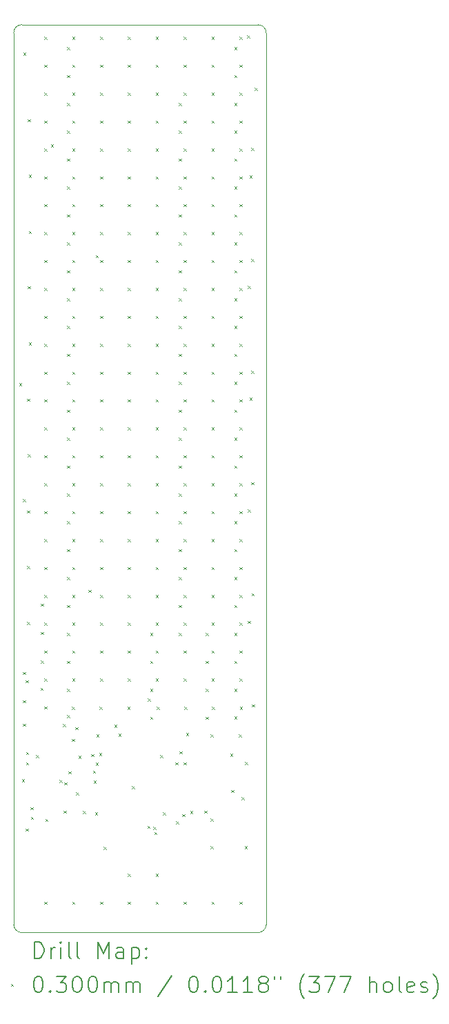
<source format=gbr>
%TF.GenerationSoftware,KiCad,Pcbnew,7.0.8*%
%TF.CreationDate,2023-10-22T01:26:40-04:00*%
%TF.ProjectId,MicrocontrollerInputModule,4d696372-6f63-46f6-9e74-726f6c6c6572,V2.6*%
%TF.SameCoordinates,Original*%
%TF.FileFunction,Drillmap*%
%TF.FilePolarity,Positive*%
%FSLAX45Y45*%
G04 Gerber Fmt 4.5, Leading zero omitted, Abs format (unit mm)*
G04 Created by KiCad (PCBNEW 7.0.8) date 2023-10-22 01:26:40*
%MOMM*%
%LPD*%
G01*
G04 APERTURE LIST*
%ADD10C,0.100000*%
%ADD11C,0.200000*%
%ADD12C,0.030000*%
G04 APERTURE END LIST*
D10*
X3160711Y-1805011D02*
G75*
G03*
X3060711Y-1905011I-1J-99999D01*
G01*
X6160710Y-12845011D02*
X6160711Y-1905011D01*
X3160711Y-12945010D02*
X6060710Y-12945011D01*
X3060710Y-12845010D02*
G75*
G03*
X3160711Y-12945010I100000J0D01*
G01*
X6060711Y-1805011D02*
X3160711Y-1805011D01*
X6160709Y-1905011D02*
G75*
G03*
X6060711Y-1805011I-99999J1D01*
G01*
X3060711Y-1905011D02*
X3060711Y-12845010D01*
X6060710Y-12945010D02*
G75*
G03*
X6160710Y-12845011I-1J100000D01*
G01*
D11*
D12*
X3125711Y-6204311D02*
X3155711Y-6234311D01*
X3155711Y-6204311D02*
X3125711Y-6234311D01*
X3160161Y-11064301D02*
X3190161Y-11094301D01*
X3190161Y-11064301D02*
X3160161Y-11094301D01*
X3173921Y-7625000D02*
X3203921Y-7655000D01*
X3203921Y-7625000D02*
X3173921Y-7655000D01*
X3173921Y-9746381D02*
X3203921Y-9776381D01*
X3203921Y-9746381D02*
X3173921Y-9776381D01*
X3173921Y-10094311D02*
X3203921Y-10124311D01*
X3203921Y-10094311D02*
X3173921Y-10124311D01*
X3176000Y-10382000D02*
X3206000Y-10412000D01*
X3206000Y-10382000D02*
X3176000Y-10412000D01*
X3180102Y-2149898D02*
X3210102Y-2179898D01*
X3210102Y-2149898D02*
X3180102Y-2179898D01*
X3206321Y-11667190D02*
X3236321Y-11697190D01*
X3236321Y-11667190D02*
X3206321Y-11697190D01*
X3207730Y-9846663D02*
X3237730Y-9876663D01*
X3237730Y-9846663D02*
X3207730Y-9876663D01*
X3211694Y-10727311D02*
X3241694Y-10757311D01*
X3241694Y-10727311D02*
X3211694Y-10757311D01*
X3211991Y-10854261D02*
X3241991Y-10884261D01*
X3241991Y-10854261D02*
X3211991Y-10884261D01*
X3225000Y-6395000D02*
X3255000Y-6425000D01*
X3255000Y-6395000D02*
X3225000Y-6425000D01*
X3225000Y-7765000D02*
X3255000Y-7795000D01*
X3255000Y-7765000D02*
X3225000Y-7795000D01*
X3225000Y-8445000D02*
X3255000Y-8475000D01*
X3255000Y-8445000D02*
X3225000Y-8475000D01*
X3225000Y-9135000D02*
X3255000Y-9165000D01*
X3255000Y-9135000D02*
X3225000Y-9165000D01*
X3235000Y-2965000D02*
X3265000Y-2995000D01*
X3265000Y-2965000D02*
X3235000Y-2995000D01*
X3235000Y-5015000D02*
X3265000Y-5045000D01*
X3265000Y-5015000D02*
X3235000Y-5045000D01*
X3235000Y-7075000D02*
X3265000Y-7105000D01*
X3265000Y-7075000D02*
X3235000Y-7105000D01*
X3245000Y-3645000D02*
X3275000Y-3675000D01*
X3275000Y-3645000D02*
X3245000Y-3675000D01*
X3245000Y-4335000D02*
X3275000Y-4365000D01*
X3275000Y-4335000D02*
X3245000Y-4365000D01*
X3245000Y-5705000D02*
X3275000Y-5735000D01*
X3275000Y-5705000D02*
X3245000Y-5735000D01*
X3266711Y-11406011D02*
X3296711Y-11436011D01*
X3296711Y-11406011D02*
X3266711Y-11436011D01*
X3271000Y-11524511D02*
X3301000Y-11554511D01*
X3301000Y-11524511D02*
X3271000Y-11554511D01*
X3334561Y-10765000D02*
X3364561Y-10795000D01*
X3364561Y-10765000D02*
X3334561Y-10795000D01*
X3390000Y-9940000D02*
X3420000Y-9970000D01*
X3420000Y-9940000D02*
X3390000Y-9970000D01*
X3395000Y-8910000D02*
X3425000Y-8940000D01*
X3425000Y-8910000D02*
X3395000Y-8940000D01*
X3395000Y-9255000D02*
X3425000Y-9285000D01*
X3425000Y-9255000D02*
X3395000Y-9285000D01*
X3395000Y-9605000D02*
X3425000Y-9635000D01*
X3425000Y-9605000D02*
X3395000Y-9635000D01*
X3435711Y-1954311D02*
X3465711Y-1984311D01*
X3465711Y-1954311D02*
X3435711Y-1984311D01*
X3435711Y-2296611D02*
X3465711Y-2326611D01*
X3465711Y-2296611D02*
X3435711Y-2326611D01*
X3435711Y-2638911D02*
X3465711Y-2668911D01*
X3465711Y-2638911D02*
X3435711Y-2668911D01*
X3435711Y-2981211D02*
X3465711Y-3011211D01*
X3465711Y-2981211D02*
X3435711Y-3011211D01*
X3435711Y-3323511D02*
X3465711Y-3353511D01*
X3465711Y-3323511D02*
X3435711Y-3353511D01*
X3435711Y-3665811D02*
X3465711Y-3695811D01*
X3465711Y-3665811D02*
X3435711Y-3695811D01*
X3435711Y-4008111D02*
X3465711Y-4038111D01*
X3465711Y-4008111D02*
X3435711Y-4038111D01*
X3435711Y-4350411D02*
X3465711Y-4380411D01*
X3465711Y-4350411D02*
X3435711Y-4380411D01*
X3435711Y-4692711D02*
X3465711Y-4722711D01*
X3465711Y-4692711D02*
X3435711Y-4722711D01*
X3435711Y-5035011D02*
X3465711Y-5065011D01*
X3465711Y-5035011D02*
X3435711Y-5065011D01*
X3435711Y-5377311D02*
X3465711Y-5407311D01*
X3465711Y-5377311D02*
X3435711Y-5407311D01*
X3435711Y-5719611D02*
X3465711Y-5749611D01*
X3465711Y-5719611D02*
X3435711Y-5749611D01*
X3435711Y-6061911D02*
X3465711Y-6091911D01*
X3465711Y-6061911D02*
X3435711Y-6091911D01*
X3435711Y-6404211D02*
X3465711Y-6434211D01*
X3465711Y-6404211D02*
X3435711Y-6434211D01*
X3435711Y-6746511D02*
X3465711Y-6776511D01*
X3465711Y-6746511D02*
X3435711Y-6776511D01*
X3435711Y-7088811D02*
X3465711Y-7118811D01*
X3465711Y-7088811D02*
X3435711Y-7118811D01*
X3435711Y-7431111D02*
X3465711Y-7461111D01*
X3465711Y-7431111D02*
X3435711Y-7461111D01*
X3435711Y-7773411D02*
X3465711Y-7803411D01*
X3465711Y-7773411D02*
X3435711Y-7803411D01*
X3435711Y-8115711D02*
X3465711Y-8145711D01*
X3465711Y-8115711D02*
X3435711Y-8145711D01*
X3435711Y-8458011D02*
X3465711Y-8488011D01*
X3465711Y-8458011D02*
X3435711Y-8488011D01*
X3435711Y-8800311D02*
X3465711Y-8830311D01*
X3465711Y-8800311D02*
X3435711Y-8830311D01*
X3435711Y-9142611D02*
X3465711Y-9172611D01*
X3465711Y-9142611D02*
X3435711Y-9172611D01*
X3435711Y-9484911D02*
X3465711Y-9514911D01*
X3465711Y-9484911D02*
X3435711Y-9514911D01*
X3435711Y-9827211D02*
X3465711Y-9857211D01*
X3465711Y-9827211D02*
X3435711Y-9857211D01*
X3435711Y-10169511D02*
X3465711Y-10199511D01*
X3465711Y-10169511D02*
X3435711Y-10199511D01*
X3435711Y-12565611D02*
X3465711Y-12595611D01*
X3465711Y-12565611D02*
X3435711Y-12595611D01*
X3450024Y-11548309D02*
X3480024Y-11578309D01*
X3480024Y-11548309D02*
X3450024Y-11578309D01*
X3515711Y-3275251D02*
X3545711Y-3305251D01*
X3545711Y-3275251D02*
X3515711Y-3305251D01*
X3623917Y-11070499D02*
X3653917Y-11100499D01*
X3653917Y-11070499D02*
X3623917Y-11100499D01*
X3667000Y-10387000D02*
X3697000Y-10417000D01*
X3697000Y-10387000D02*
X3667000Y-10417000D01*
X3673000Y-11448101D02*
X3703000Y-11478101D01*
X3703000Y-11448101D02*
X3673000Y-11478101D01*
X3683000Y-11099561D02*
X3713000Y-11129561D01*
X3713000Y-11099561D02*
X3683000Y-11129561D01*
X3716911Y-2079311D02*
X3746911Y-2109311D01*
X3746911Y-2079311D02*
X3716911Y-2109311D01*
X3716911Y-2421611D02*
X3746911Y-2451611D01*
X3746911Y-2421611D02*
X3716911Y-2451611D01*
X3716911Y-2763911D02*
X3746911Y-2793911D01*
X3746911Y-2763911D02*
X3716911Y-2793911D01*
X3716911Y-3106211D02*
X3746911Y-3136211D01*
X3746911Y-3106211D02*
X3716911Y-3136211D01*
X3716911Y-3448511D02*
X3746911Y-3478511D01*
X3746911Y-3448511D02*
X3716911Y-3478511D01*
X3716911Y-3790811D02*
X3746911Y-3820811D01*
X3746911Y-3790811D02*
X3716911Y-3820811D01*
X3716911Y-4133111D02*
X3746911Y-4163111D01*
X3746911Y-4133111D02*
X3716911Y-4163111D01*
X3716911Y-4475411D02*
X3746911Y-4505411D01*
X3746911Y-4475411D02*
X3716911Y-4505411D01*
X3716911Y-4817711D02*
X3746911Y-4847711D01*
X3746911Y-4817711D02*
X3716911Y-4847711D01*
X3716911Y-5160011D02*
X3746911Y-5190011D01*
X3746911Y-5160011D02*
X3716911Y-5190011D01*
X3716911Y-5502311D02*
X3746911Y-5532311D01*
X3746911Y-5502311D02*
X3716911Y-5532311D01*
X3716911Y-5844611D02*
X3746911Y-5874611D01*
X3746911Y-5844611D02*
X3716911Y-5874611D01*
X3716911Y-6186911D02*
X3746911Y-6216911D01*
X3746911Y-6186911D02*
X3716911Y-6216911D01*
X3716911Y-6529211D02*
X3746911Y-6559211D01*
X3746911Y-6529211D02*
X3716911Y-6559211D01*
X3716911Y-6871511D02*
X3746911Y-6901511D01*
X3746911Y-6871511D02*
X3716911Y-6901511D01*
X3716911Y-7213811D02*
X3746911Y-7243811D01*
X3746911Y-7213811D02*
X3716911Y-7243811D01*
X3716911Y-7556111D02*
X3746911Y-7586111D01*
X3746911Y-7556111D02*
X3716911Y-7586111D01*
X3716911Y-7898411D02*
X3746911Y-7928411D01*
X3746911Y-7898411D02*
X3716911Y-7928411D01*
X3716911Y-8240711D02*
X3746911Y-8270711D01*
X3746911Y-8240711D02*
X3716911Y-8270711D01*
X3716911Y-8583011D02*
X3746911Y-8613011D01*
X3746911Y-8583011D02*
X3716911Y-8613011D01*
X3716911Y-8925311D02*
X3746911Y-8955311D01*
X3746911Y-8925311D02*
X3716911Y-8955311D01*
X3716911Y-9267611D02*
X3746911Y-9297611D01*
X3746911Y-9267611D02*
X3716911Y-9297611D01*
X3716911Y-9609911D02*
X3746911Y-9639911D01*
X3746911Y-9609911D02*
X3716911Y-9639911D01*
X3716911Y-9952211D02*
X3746911Y-9982211D01*
X3746911Y-9952211D02*
X3716911Y-9982211D01*
X3716911Y-10275000D02*
X3746911Y-10305000D01*
X3746911Y-10275000D02*
X3716911Y-10305000D01*
X3732000Y-10964501D02*
X3762000Y-10994501D01*
X3762000Y-10964501D02*
X3732000Y-10994501D01*
X3773000Y-10566101D02*
X3803000Y-10596101D01*
X3803000Y-10566101D02*
X3773000Y-10596101D01*
X3775711Y-10174311D02*
X3805711Y-10204311D01*
X3805711Y-10174311D02*
X3775711Y-10204311D01*
X3778011Y-1954311D02*
X3808011Y-1984311D01*
X3808011Y-1954311D02*
X3778011Y-1984311D01*
X3778011Y-2296611D02*
X3808011Y-2326611D01*
X3808011Y-2296611D02*
X3778011Y-2326611D01*
X3778011Y-2638911D02*
X3808011Y-2668911D01*
X3808011Y-2638911D02*
X3778011Y-2668911D01*
X3778011Y-2981211D02*
X3808011Y-3011211D01*
X3808011Y-2981211D02*
X3778011Y-3011211D01*
X3778011Y-3323511D02*
X3808011Y-3353511D01*
X3808011Y-3323511D02*
X3778011Y-3353511D01*
X3778011Y-3665811D02*
X3808011Y-3695811D01*
X3808011Y-3665811D02*
X3778011Y-3695811D01*
X3778011Y-4008111D02*
X3808011Y-4038111D01*
X3808011Y-4008111D02*
X3778011Y-4038111D01*
X3778011Y-4350411D02*
X3808011Y-4380411D01*
X3808011Y-4350411D02*
X3778011Y-4380411D01*
X3778011Y-4692711D02*
X3808011Y-4722711D01*
X3808011Y-4692711D02*
X3778011Y-4722711D01*
X3778011Y-5035011D02*
X3808011Y-5065011D01*
X3808011Y-5035011D02*
X3778011Y-5065011D01*
X3778011Y-5377311D02*
X3808011Y-5407311D01*
X3808011Y-5377311D02*
X3778011Y-5407311D01*
X3778011Y-5719611D02*
X3808011Y-5749611D01*
X3808011Y-5719611D02*
X3778011Y-5749611D01*
X3778011Y-6061911D02*
X3808011Y-6091911D01*
X3808011Y-6061911D02*
X3778011Y-6091911D01*
X3778011Y-6404211D02*
X3808011Y-6434211D01*
X3808011Y-6404211D02*
X3778011Y-6434211D01*
X3778011Y-6746511D02*
X3808011Y-6776511D01*
X3808011Y-6746511D02*
X3778011Y-6776511D01*
X3778011Y-7088811D02*
X3808011Y-7118811D01*
X3808011Y-7088811D02*
X3778011Y-7118811D01*
X3778011Y-7431111D02*
X3808011Y-7461111D01*
X3808011Y-7431111D02*
X3778011Y-7461111D01*
X3778011Y-7773411D02*
X3808011Y-7803411D01*
X3808011Y-7773411D02*
X3778011Y-7803411D01*
X3778011Y-8115711D02*
X3808011Y-8145711D01*
X3808011Y-8115711D02*
X3778011Y-8145711D01*
X3778011Y-8458011D02*
X3808011Y-8488011D01*
X3808011Y-8458011D02*
X3778011Y-8488011D01*
X3778011Y-8800311D02*
X3808011Y-8830311D01*
X3808011Y-8800311D02*
X3778011Y-8830311D01*
X3778011Y-9142611D02*
X3808011Y-9172611D01*
X3808011Y-9142611D02*
X3778011Y-9172611D01*
X3778011Y-9484911D02*
X3808011Y-9514911D01*
X3808011Y-9484911D02*
X3778011Y-9514911D01*
X3778011Y-9827211D02*
X3808011Y-9857211D01*
X3808011Y-9827211D02*
X3778011Y-9857211D01*
X3778011Y-12565611D02*
X3808011Y-12595611D01*
X3808011Y-12565611D02*
X3778011Y-12595611D01*
X3819800Y-10425021D02*
X3849800Y-10455021D01*
X3849800Y-10425021D02*
X3819800Y-10455021D01*
X3827179Y-11224149D02*
X3857179Y-11254149D01*
X3857179Y-11224149D02*
X3827179Y-11254149D01*
X3854740Y-10773884D02*
X3884740Y-10803884D01*
X3884740Y-10773884D02*
X3854740Y-10803884D01*
X3910885Y-11451921D02*
X3940885Y-11481921D01*
X3940885Y-11451921D02*
X3910885Y-11481921D01*
X3979241Y-8740181D02*
X4009241Y-8770181D01*
X4009241Y-8740181D02*
X3979241Y-8770181D01*
X4012170Y-10754311D02*
X4042170Y-10784311D01*
X4042170Y-10754311D02*
X4012170Y-10784311D01*
X4033211Y-10957321D02*
X4063211Y-10987321D01*
X4063211Y-10957321D02*
X4033211Y-10987321D01*
X4043000Y-11081000D02*
X4073000Y-11111000D01*
X4073000Y-11081000D02*
X4043000Y-11111000D01*
X4058782Y-11469301D02*
X4088782Y-11499301D01*
X4088782Y-11469301D02*
X4058782Y-11499301D01*
X4065711Y-4632581D02*
X4095711Y-4662581D01*
X4095711Y-4632581D02*
X4065711Y-4662581D01*
X4066711Y-10859311D02*
X4096711Y-10889311D01*
X4096711Y-10859311D02*
X4066711Y-10889311D01*
X4075711Y-10514311D02*
X4105711Y-10544311D01*
X4105711Y-10514311D02*
X4075711Y-10544311D01*
X4110711Y-10741811D02*
X4140711Y-10771811D01*
X4140711Y-10741811D02*
X4110711Y-10771811D01*
X4115711Y-10174311D02*
X4145711Y-10204311D01*
X4145711Y-10174311D02*
X4115711Y-10204311D01*
X4120311Y-1954311D02*
X4150311Y-1984311D01*
X4150311Y-1954311D02*
X4120311Y-1984311D01*
X4120311Y-2296611D02*
X4150311Y-2326611D01*
X4150311Y-2296611D02*
X4120311Y-2326611D01*
X4120311Y-2638911D02*
X4150311Y-2668911D01*
X4150311Y-2638911D02*
X4120311Y-2668911D01*
X4120311Y-2981211D02*
X4150311Y-3011211D01*
X4150311Y-2981211D02*
X4120311Y-3011211D01*
X4120311Y-3323511D02*
X4150311Y-3353511D01*
X4150311Y-3323511D02*
X4120311Y-3353511D01*
X4120311Y-3665811D02*
X4150311Y-3695811D01*
X4150311Y-3665811D02*
X4120311Y-3695811D01*
X4120311Y-4008111D02*
X4150311Y-4038111D01*
X4150311Y-4008111D02*
X4120311Y-4038111D01*
X4120311Y-4350411D02*
X4150311Y-4380411D01*
X4150311Y-4350411D02*
X4120311Y-4380411D01*
X4120311Y-4692711D02*
X4150311Y-4722711D01*
X4150311Y-4692711D02*
X4120311Y-4722711D01*
X4120311Y-5035011D02*
X4150311Y-5065011D01*
X4150311Y-5035011D02*
X4120311Y-5065011D01*
X4120311Y-5377311D02*
X4150311Y-5407311D01*
X4150311Y-5377311D02*
X4120311Y-5407311D01*
X4120311Y-5719611D02*
X4150311Y-5749611D01*
X4150311Y-5719611D02*
X4120311Y-5749611D01*
X4120311Y-6061911D02*
X4150311Y-6091911D01*
X4150311Y-6061911D02*
X4120311Y-6091911D01*
X4120311Y-6404211D02*
X4150311Y-6434211D01*
X4150311Y-6404211D02*
X4120311Y-6434211D01*
X4120311Y-6746511D02*
X4150311Y-6776511D01*
X4150311Y-6746511D02*
X4120311Y-6776511D01*
X4120311Y-7088811D02*
X4150311Y-7118811D01*
X4150311Y-7088811D02*
X4120311Y-7118811D01*
X4120311Y-7431111D02*
X4150311Y-7461111D01*
X4150311Y-7431111D02*
X4120311Y-7461111D01*
X4120311Y-7773411D02*
X4150311Y-7803411D01*
X4150311Y-7773411D02*
X4120311Y-7803411D01*
X4120311Y-8115711D02*
X4150311Y-8145711D01*
X4150311Y-8115711D02*
X4120311Y-8145711D01*
X4120311Y-8458011D02*
X4150311Y-8488011D01*
X4150311Y-8458011D02*
X4120311Y-8488011D01*
X4120311Y-8800311D02*
X4150311Y-8830311D01*
X4150311Y-8800311D02*
X4120311Y-8830311D01*
X4120311Y-9142611D02*
X4150311Y-9172611D01*
X4150311Y-9142611D02*
X4120311Y-9172611D01*
X4120311Y-9484911D02*
X4150311Y-9514911D01*
X4150311Y-9484911D02*
X4120311Y-9514911D01*
X4120311Y-9827211D02*
X4150311Y-9857211D01*
X4150311Y-9827211D02*
X4120311Y-9857211D01*
X4120311Y-12565611D02*
X4150311Y-12595611D01*
X4150311Y-12565611D02*
X4120311Y-12595611D01*
X4163711Y-11894011D02*
X4193711Y-11924011D01*
X4193711Y-11894011D02*
X4163711Y-11924011D01*
X4295711Y-10394311D02*
X4325711Y-10424311D01*
X4325711Y-10394311D02*
X4295711Y-10424311D01*
X4345711Y-10504311D02*
X4375711Y-10534311D01*
X4375711Y-10504311D02*
X4345711Y-10534311D01*
X4455711Y-10174311D02*
X4485711Y-10204311D01*
X4485711Y-10174311D02*
X4455711Y-10204311D01*
X4462611Y-1954311D02*
X4492611Y-1984311D01*
X4492611Y-1954311D02*
X4462611Y-1984311D01*
X4462611Y-2296611D02*
X4492611Y-2326611D01*
X4492611Y-2296611D02*
X4462611Y-2326611D01*
X4462611Y-2638911D02*
X4492611Y-2668911D01*
X4492611Y-2638911D02*
X4462611Y-2668911D01*
X4462611Y-2981211D02*
X4492611Y-3011211D01*
X4492611Y-2981211D02*
X4462611Y-3011211D01*
X4462611Y-3323511D02*
X4492611Y-3353511D01*
X4492611Y-3323511D02*
X4462611Y-3353511D01*
X4462611Y-3665811D02*
X4492611Y-3695811D01*
X4492611Y-3665811D02*
X4462611Y-3695811D01*
X4462611Y-4008111D02*
X4492611Y-4038111D01*
X4492611Y-4008111D02*
X4462611Y-4038111D01*
X4462611Y-4350411D02*
X4492611Y-4380411D01*
X4492611Y-4350411D02*
X4462611Y-4380411D01*
X4462611Y-4692711D02*
X4492611Y-4722711D01*
X4492611Y-4692711D02*
X4462611Y-4722711D01*
X4462611Y-5035011D02*
X4492611Y-5065011D01*
X4492611Y-5035011D02*
X4462611Y-5065011D01*
X4462611Y-5377311D02*
X4492611Y-5407311D01*
X4492611Y-5377311D02*
X4462611Y-5407311D01*
X4462611Y-5719611D02*
X4492611Y-5749611D01*
X4492611Y-5719611D02*
X4462611Y-5749611D01*
X4462611Y-6061911D02*
X4492611Y-6091911D01*
X4492611Y-6061911D02*
X4462611Y-6091911D01*
X4462611Y-6404211D02*
X4492611Y-6434211D01*
X4492611Y-6404211D02*
X4462611Y-6434211D01*
X4462611Y-6746511D02*
X4492611Y-6776511D01*
X4492611Y-6746511D02*
X4462611Y-6776511D01*
X4462611Y-7088811D02*
X4492611Y-7118811D01*
X4492611Y-7088811D02*
X4462611Y-7118811D01*
X4462611Y-7431111D02*
X4492611Y-7461111D01*
X4492611Y-7431111D02*
X4462611Y-7461111D01*
X4462611Y-7773411D02*
X4492611Y-7803411D01*
X4492611Y-7773411D02*
X4462611Y-7803411D01*
X4462611Y-8115711D02*
X4492611Y-8145711D01*
X4492611Y-8115711D02*
X4462611Y-8145711D01*
X4462611Y-8458011D02*
X4492611Y-8488011D01*
X4492611Y-8458011D02*
X4462611Y-8488011D01*
X4462611Y-8800311D02*
X4492611Y-8830311D01*
X4492611Y-8800311D02*
X4462611Y-8830311D01*
X4462611Y-9142611D02*
X4492611Y-9172611D01*
X4492611Y-9142611D02*
X4462611Y-9172611D01*
X4462611Y-9484911D02*
X4492611Y-9514911D01*
X4492611Y-9484911D02*
X4462611Y-9514911D01*
X4462611Y-9827211D02*
X4492611Y-9857211D01*
X4492611Y-9827211D02*
X4462611Y-9857211D01*
X4462611Y-12223311D02*
X4492611Y-12253311D01*
X4492611Y-12223311D02*
X4462611Y-12253311D01*
X4462611Y-12565611D02*
X4492611Y-12595611D01*
X4492611Y-12565611D02*
X4462611Y-12595611D01*
X4512711Y-11148221D02*
X4542711Y-11178221D01*
X4542711Y-11148221D02*
X4512711Y-11178221D01*
X4703711Y-11635011D02*
X4733711Y-11665011D01*
X4733711Y-11635011D02*
X4703711Y-11665011D01*
X4708000Y-10073041D02*
X4738000Y-10103041D01*
X4738000Y-10073041D02*
X4708000Y-10103041D01*
X4735711Y-9269711D02*
X4765711Y-9299711D01*
X4765711Y-9269711D02*
X4735711Y-9299711D01*
X4735711Y-9612011D02*
X4765711Y-9642011D01*
X4765711Y-9612011D02*
X4735711Y-9642011D01*
X4735711Y-9954311D02*
X4765711Y-9984311D01*
X4765711Y-9954311D02*
X4735711Y-9984311D01*
X4735711Y-10296611D02*
X4765711Y-10326611D01*
X4765711Y-10296611D02*
X4735711Y-10326611D01*
X4773711Y-11646011D02*
X4803711Y-11676011D01*
X4803711Y-11646011D02*
X4773711Y-11676011D01*
X4785711Y-11709311D02*
X4815711Y-11739311D01*
X4815711Y-11709311D02*
X4785711Y-11739311D01*
X4804911Y-1954311D02*
X4834911Y-1984311D01*
X4834911Y-1954311D02*
X4804911Y-1984311D01*
X4804911Y-2296611D02*
X4834911Y-2326611D01*
X4834911Y-2296611D02*
X4804911Y-2326611D01*
X4804911Y-2638911D02*
X4834911Y-2668911D01*
X4834911Y-2638911D02*
X4804911Y-2668911D01*
X4804911Y-2981211D02*
X4834911Y-3011211D01*
X4834911Y-2981211D02*
X4804911Y-3011211D01*
X4804911Y-3323511D02*
X4834911Y-3353511D01*
X4834911Y-3323511D02*
X4804911Y-3353511D01*
X4804911Y-3665811D02*
X4834911Y-3695811D01*
X4834911Y-3665811D02*
X4804911Y-3695811D01*
X4804911Y-4008111D02*
X4834911Y-4038111D01*
X4834911Y-4008111D02*
X4804911Y-4038111D01*
X4804911Y-4350411D02*
X4834911Y-4380411D01*
X4834911Y-4350411D02*
X4804911Y-4380411D01*
X4804911Y-4692711D02*
X4834911Y-4722711D01*
X4834911Y-4692711D02*
X4804911Y-4722711D01*
X4804911Y-5035011D02*
X4834911Y-5065011D01*
X4834911Y-5035011D02*
X4804911Y-5065011D01*
X4804911Y-5377311D02*
X4834911Y-5407311D01*
X4834911Y-5377311D02*
X4804911Y-5407311D01*
X4804911Y-5719611D02*
X4834911Y-5749611D01*
X4834911Y-5719611D02*
X4804911Y-5749611D01*
X4804911Y-6061911D02*
X4834911Y-6091911D01*
X4834911Y-6061911D02*
X4804911Y-6091911D01*
X4804911Y-6404211D02*
X4834911Y-6434211D01*
X4834911Y-6404211D02*
X4804911Y-6434211D01*
X4804911Y-6746511D02*
X4834911Y-6776511D01*
X4834911Y-6746511D02*
X4804911Y-6776511D01*
X4804911Y-7088811D02*
X4834911Y-7118811D01*
X4834911Y-7088811D02*
X4804911Y-7118811D01*
X4804911Y-7431111D02*
X4834911Y-7461111D01*
X4834911Y-7431111D02*
X4804911Y-7461111D01*
X4804911Y-7773411D02*
X4834911Y-7803411D01*
X4834911Y-7773411D02*
X4804911Y-7803411D01*
X4804911Y-8115711D02*
X4834911Y-8145711D01*
X4834911Y-8115711D02*
X4804911Y-8145711D01*
X4804911Y-8458011D02*
X4834911Y-8488011D01*
X4834911Y-8458011D02*
X4804911Y-8488011D01*
X4804911Y-8800311D02*
X4834911Y-8830311D01*
X4834911Y-8800311D02*
X4804911Y-8830311D01*
X4804911Y-9142611D02*
X4834911Y-9172611D01*
X4834911Y-9142611D02*
X4804911Y-9172611D01*
X4804911Y-9484911D02*
X4834911Y-9514911D01*
X4834911Y-9484911D02*
X4804911Y-9514911D01*
X4804911Y-9827211D02*
X4834911Y-9857211D01*
X4834911Y-9827211D02*
X4804911Y-9857211D01*
X4804911Y-12223311D02*
X4834911Y-12253311D01*
X4834911Y-12223311D02*
X4804911Y-12253311D01*
X4804911Y-12565611D02*
X4834911Y-12595611D01*
X4834911Y-12565611D02*
X4804911Y-12595611D01*
X4815711Y-10174311D02*
X4845711Y-10204311D01*
X4845711Y-10174311D02*
X4815711Y-10204311D01*
X4859859Y-10767321D02*
X4889859Y-10797321D01*
X4889859Y-10767321D02*
X4859859Y-10797321D01*
X4891458Y-11470097D02*
X4921458Y-11500097D01*
X4921458Y-11470097D02*
X4891458Y-11500097D01*
X5045711Y-10854311D02*
X5075711Y-10884311D01*
X5075711Y-10854311D02*
X5045711Y-10884311D01*
X5052000Y-11580000D02*
X5082000Y-11610000D01*
X5082000Y-11580000D02*
X5052000Y-11610000D01*
X5086111Y-2763911D02*
X5116111Y-2793911D01*
X5116111Y-2763911D02*
X5086111Y-2793911D01*
X5086111Y-3106211D02*
X5116111Y-3136211D01*
X5116111Y-3106211D02*
X5086111Y-3136211D01*
X5086111Y-3448511D02*
X5116111Y-3478511D01*
X5116111Y-3448511D02*
X5086111Y-3478511D01*
X5086111Y-3790811D02*
X5116111Y-3820811D01*
X5116111Y-3790811D02*
X5086111Y-3820811D01*
X5086111Y-4133111D02*
X5116111Y-4163111D01*
X5116111Y-4133111D02*
X5086111Y-4163111D01*
X5086111Y-4475411D02*
X5116111Y-4505411D01*
X5116111Y-4475411D02*
X5086111Y-4505411D01*
X5086111Y-4817711D02*
X5116111Y-4847711D01*
X5116111Y-4817711D02*
X5086111Y-4847711D01*
X5086111Y-5160011D02*
X5116111Y-5190011D01*
X5116111Y-5160011D02*
X5086111Y-5190011D01*
X5086111Y-5502311D02*
X5116111Y-5532311D01*
X5116111Y-5502311D02*
X5086111Y-5532311D01*
X5086111Y-5844611D02*
X5116111Y-5874611D01*
X5116111Y-5844611D02*
X5086111Y-5874611D01*
X5086111Y-6186911D02*
X5116111Y-6216911D01*
X5116111Y-6186911D02*
X5086111Y-6216911D01*
X5086111Y-6529211D02*
X5116111Y-6559211D01*
X5116111Y-6529211D02*
X5086111Y-6559211D01*
X5086111Y-6871511D02*
X5116111Y-6901511D01*
X5116111Y-6871511D02*
X5086111Y-6901511D01*
X5086111Y-7213811D02*
X5116111Y-7243811D01*
X5116111Y-7213811D02*
X5086111Y-7243811D01*
X5086111Y-7556111D02*
X5116111Y-7586111D01*
X5116111Y-7556111D02*
X5086111Y-7586111D01*
X5086111Y-7898411D02*
X5116111Y-7928411D01*
X5116111Y-7898411D02*
X5086111Y-7928411D01*
X5086111Y-8240711D02*
X5116111Y-8270711D01*
X5116111Y-8240711D02*
X5086111Y-8270711D01*
X5086111Y-8583011D02*
X5116111Y-8613011D01*
X5116111Y-8583011D02*
X5086111Y-8613011D01*
X5086111Y-8925311D02*
X5116111Y-8955311D01*
X5116111Y-8925311D02*
X5086111Y-8955311D01*
X5086111Y-9267611D02*
X5116111Y-9297611D01*
X5116111Y-9267611D02*
X5086111Y-9297611D01*
X5095711Y-10719421D02*
X5125711Y-10749421D01*
X5125711Y-10719421D02*
X5095711Y-10749421D01*
X5127711Y-11489221D02*
X5157711Y-11519221D01*
X5157711Y-11489221D02*
X5127711Y-11519221D01*
X5145711Y-10854311D02*
X5175711Y-10884311D01*
X5175711Y-10854311D02*
X5145711Y-10884311D01*
X5147211Y-1954311D02*
X5177211Y-1984311D01*
X5177211Y-1954311D02*
X5147211Y-1984311D01*
X5147211Y-2296611D02*
X5177211Y-2326611D01*
X5177211Y-2296611D02*
X5147211Y-2326611D01*
X5147211Y-2638911D02*
X5177211Y-2668911D01*
X5177211Y-2638911D02*
X5147211Y-2668911D01*
X5147211Y-2981211D02*
X5177211Y-3011211D01*
X5177211Y-2981211D02*
X5147211Y-3011211D01*
X5147211Y-3323511D02*
X5177211Y-3353511D01*
X5177211Y-3323511D02*
X5147211Y-3353511D01*
X5147211Y-3665811D02*
X5177211Y-3695811D01*
X5177211Y-3665811D02*
X5147211Y-3695811D01*
X5147211Y-4008111D02*
X5177211Y-4038111D01*
X5177211Y-4008111D02*
X5147211Y-4038111D01*
X5147211Y-4350411D02*
X5177211Y-4380411D01*
X5177211Y-4350411D02*
X5147211Y-4380411D01*
X5147211Y-4692711D02*
X5177211Y-4722711D01*
X5177211Y-4692711D02*
X5147211Y-4722711D01*
X5147211Y-5035011D02*
X5177211Y-5065011D01*
X5177211Y-5035011D02*
X5147211Y-5065011D01*
X5147211Y-5377311D02*
X5177211Y-5407311D01*
X5177211Y-5377311D02*
X5147211Y-5407311D01*
X5147211Y-5719611D02*
X5177211Y-5749611D01*
X5177211Y-5719611D02*
X5147211Y-5749611D01*
X5147211Y-6061911D02*
X5177211Y-6091911D01*
X5177211Y-6061911D02*
X5147211Y-6091911D01*
X5147211Y-6404211D02*
X5177211Y-6434211D01*
X5177211Y-6404211D02*
X5147211Y-6434211D01*
X5147211Y-6746511D02*
X5177211Y-6776511D01*
X5177211Y-6746511D02*
X5147211Y-6776511D01*
X5147211Y-7088811D02*
X5177211Y-7118811D01*
X5177211Y-7088811D02*
X5147211Y-7118811D01*
X5147211Y-7431111D02*
X5177211Y-7461111D01*
X5177211Y-7431111D02*
X5147211Y-7461111D01*
X5147211Y-7773411D02*
X5177211Y-7803411D01*
X5177211Y-7773411D02*
X5147211Y-7803411D01*
X5147211Y-8115711D02*
X5177211Y-8145711D01*
X5177211Y-8115711D02*
X5147211Y-8145711D01*
X5147211Y-8458011D02*
X5177211Y-8488011D01*
X5177211Y-8458011D02*
X5147211Y-8488011D01*
X5147211Y-8800311D02*
X5177211Y-8830311D01*
X5177211Y-8800311D02*
X5147211Y-8830311D01*
X5147211Y-9142611D02*
X5177211Y-9172611D01*
X5177211Y-9142611D02*
X5147211Y-9172611D01*
X5147211Y-9484911D02*
X5177211Y-9514911D01*
X5177211Y-9484911D02*
X5147211Y-9514911D01*
X5147211Y-9827211D02*
X5177211Y-9857211D01*
X5177211Y-9827211D02*
X5147211Y-9857211D01*
X5147211Y-12565611D02*
X5177211Y-12595611D01*
X5177211Y-12565611D02*
X5147211Y-12595611D01*
X5155711Y-10174311D02*
X5185711Y-10204311D01*
X5185711Y-10174311D02*
X5155711Y-10204311D01*
X5175711Y-10494311D02*
X5205711Y-10524311D01*
X5205711Y-10494311D02*
X5175711Y-10524311D01*
X5228025Y-11453145D02*
X5258025Y-11483145D01*
X5258025Y-11453145D02*
X5228025Y-11483145D01*
X5400000Y-11448241D02*
X5430000Y-11478241D01*
X5430000Y-11448241D02*
X5400000Y-11478241D01*
X5415711Y-9269711D02*
X5445711Y-9299711D01*
X5445711Y-9269711D02*
X5415711Y-9299711D01*
X5415711Y-9612011D02*
X5445711Y-9642011D01*
X5445711Y-9612011D02*
X5415711Y-9642011D01*
X5415711Y-9954311D02*
X5445711Y-9984311D01*
X5445711Y-9954311D02*
X5415711Y-9984311D01*
X5415711Y-10296611D02*
X5445711Y-10326611D01*
X5445711Y-10296611D02*
X5415711Y-10326611D01*
X5475711Y-10514311D02*
X5505711Y-10544311D01*
X5505711Y-10514311D02*
X5475711Y-10544311D01*
X5475711Y-11544311D02*
X5505711Y-11574311D01*
X5505711Y-11544311D02*
X5475711Y-11574311D01*
X5475711Y-11884311D02*
X5505711Y-11914311D01*
X5505711Y-11884311D02*
X5475711Y-11914311D01*
X5489511Y-1954311D02*
X5519511Y-1984311D01*
X5519511Y-1954311D02*
X5489511Y-1984311D01*
X5489511Y-2296611D02*
X5519511Y-2326611D01*
X5519511Y-2296611D02*
X5489511Y-2326611D01*
X5489511Y-2638911D02*
X5519511Y-2668911D01*
X5519511Y-2638911D02*
X5489511Y-2668911D01*
X5489511Y-2981211D02*
X5519511Y-3011211D01*
X5519511Y-2981211D02*
X5489511Y-3011211D01*
X5489511Y-3323511D02*
X5519511Y-3353511D01*
X5519511Y-3323511D02*
X5489511Y-3353511D01*
X5489511Y-3665811D02*
X5519511Y-3695811D01*
X5519511Y-3665811D02*
X5489511Y-3695811D01*
X5489511Y-4008111D02*
X5519511Y-4038111D01*
X5519511Y-4008111D02*
X5489511Y-4038111D01*
X5489511Y-4350411D02*
X5519511Y-4380411D01*
X5519511Y-4350411D02*
X5489511Y-4380411D01*
X5489511Y-4692711D02*
X5519511Y-4722711D01*
X5519511Y-4692711D02*
X5489511Y-4722711D01*
X5489511Y-5035011D02*
X5519511Y-5065011D01*
X5519511Y-5035011D02*
X5489511Y-5065011D01*
X5489511Y-5377311D02*
X5519511Y-5407311D01*
X5519511Y-5377311D02*
X5489511Y-5407311D01*
X5489511Y-5719611D02*
X5519511Y-5749611D01*
X5519511Y-5719611D02*
X5489511Y-5749611D01*
X5489511Y-6061911D02*
X5519511Y-6091911D01*
X5519511Y-6061911D02*
X5489511Y-6091911D01*
X5489511Y-6404211D02*
X5519511Y-6434211D01*
X5519511Y-6404211D02*
X5489511Y-6434211D01*
X5489511Y-6746511D02*
X5519511Y-6776511D01*
X5519511Y-6746511D02*
X5489511Y-6776511D01*
X5489511Y-7088811D02*
X5519511Y-7118811D01*
X5519511Y-7088811D02*
X5489511Y-7118811D01*
X5489511Y-7431111D02*
X5519511Y-7461111D01*
X5519511Y-7431111D02*
X5489511Y-7461111D01*
X5489511Y-7773411D02*
X5519511Y-7803411D01*
X5519511Y-7773411D02*
X5489511Y-7803411D01*
X5489511Y-8115711D02*
X5519511Y-8145711D01*
X5519511Y-8115711D02*
X5489511Y-8145711D01*
X5489511Y-8458011D02*
X5519511Y-8488011D01*
X5519511Y-8458011D02*
X5489511Y-8488011D01*
X5489511Y-8800311D02*
X5519511Y-8830311D01*
X5519511Y-8800311D02*
X5489511Y-8830311D01*
X5489511Y-9142611D02*
X5519511Y-9172611D01*
X5519511Y-9142611D02*
X5489511Y-9172611D01*
X5489511Y-9484911D02*
X5519511Y-9514911D01*
X5519511Y-9484911D02*
X5489511Y-9514911D01*
X5489511Y-9827211D02*
X5519511Y-9857211D01*
X5519511Y-9827211D02*
X5489511Y-9857211D01*
X5489511Y-12565611D02*
X5519511Y-12595611D01*
X5519511Y-12565611D02*
X5489511Y-12595611D01*
X5495711Y-10174311D02*
X5525711Y-10204311D01*
X5525711Y-10174311D02*
X5495711Y-10204311D01*
X5718711Y-10750841D02*
X5748711Y-10780841D01*
X5748711Y-10750841D02*
X5718711Y-10780841D01*
X5729711Y-11195931D02*
X5759711Y-11225931D01*
X5759711Y-11195931D02*
X5729711Y-11225931D01*
X5770711Y-2079311D02*
X5800711Y-2109311D01*
X5800711Y-2079311D02*
X5770711Y-2109311D01*
X5770711Y-2421611D02*
X5800711Y-2451611D01*
X5800711Y-2421611D02*
X5770711Y-2451611D01*
X5770711Y-2763911D02*
X5800711Y-2793911D01*
X5800711Y-2763911D02*
X5770711Y-2793911D01*
X5770711Y-3106211D02*
X5800711Y-3136211D01*
X5800711Y-3106211D02*
X5770711Y-3136211D01*
X5770711Y-3448511D02*
X5800711Y-3478511D01*
X5800711Y-3448511D02*
X5770711Y-3478511D01*
X5770711Y-3790811D02*
X5800711Y-3820811D01*
X5800711Y-3790811D02*
X5770711Y-3820811D01*
X5770711Y-4133111D02*
X5800711Y-4163111D01*
X5800711Y-4133111D02*
X5770711Y-4163111D01*
X5770711Y-4475411D02*
X5800711Y-4505411D01*
X5800711Y-4475411D02*
X5770711Y-4505411D01*
X5770711Y-4817711D02*
X5800711Y-4847711D01*
X5800711Y-4817711D02*
X5770711Y-4847711D01*
X5770711Y-5160011D02*
X5800711Y-5190011D01*
X5800711Y-5160011D02*
X5770711Y-5190011D01*
X5770711Y-5502311D02*
X5800711Y-5532311D01*
X5800711Y-5502311D02*
X5770711Y-5532311D01*
X5770711Y-5844611D02*
X5800711Y-5874611D01*
X5800711Y-5844611D02*
X5770711Y-5874611D01*
X5770711Y-6186911D02*
X5800711Y-6216911D01*
X5800711Y-6186911D02*
X5770711Y-6216911D01*
X5770711Y-6529211D02*
X5800711Y-6559211D01*
X5800711Y-6529211D02*
X5770711Y-6559211D01*
X5770711Y-6871511D02*
X5800711Y-6901511D01*
X5800711Y-6871511D02*
X5770711Y-6901511D01*
X5770711Y-7213811D02*
X5800711Y-7243811D01*
X5800711Y-7213811D02*
X5770711Y-7243811D01*
X5770711Y-7556111D02*
X5800711Y-7586111D01*
X5800711Y-7556111D02*
X5770711Y-7586111D01*
X5770711Y-7898411D02*
X5800711Y-7928411D01*
X5800711Y-7898411D02*
X5770711Y-7928411D01*
X5770711Y-8240711D02*
X5800711Y-8270711D01*
X5800711Y-8240711D02*
X5770711Y-8270711D01*
X5770711Y-8583011D02*
X5800711Y-8613011D01*
X5800711Y-8583011D02*
X5770711Y-8613011D01*
X5770711Y-8925311D02*
X5800711Y-8955311D01*
X5800711Y-8925311D02*
X5770711Y-8955311D01*
X5770711Y-9267611D02*
X5800711Y-9297611D01*
X5800711Y-9267611D02*
X5770711Y-9297611D01*
X5770711Y-9609911D02*
X5800711Y-9639911D01*
X5800711Y-9609911D02*
X5770711Y-9639911D01*
X5770711Y-9952211D02*
X5800711Y-9982211D01*
X5800711Y-9952211D02*
X5770711Y-9982211D01*
X5770711Y-10294511D02*
X5800711Y-10324511D01*
X5800711Y-10294511D02*
X5770711Y-10324511D01*
X5825711Y-10514311D02*
X5855711Y-10544311D01*
X5855711Y-10514311D02*
X5825711Y-10544311D01*
X5831811Y-1954311D02*
X5861811Y-1984311D01*
X5861811Y-1954311D02*
X5831811Y-1984311D01*
X5831811Y-2296611D02*
X5861811Y-2326611D01*
X5861811Y-2296611D02*
X5831811Y-2326611D01*
X5831811Y-2638911D02*
X5861811Y-2668911D01*
X5861811Y-2638911D02*
X5831811Y-2668911D01*
X5831811Y-2981211D02*
X5861811Y-3011211D01*
X5861811Y-2981211D02*
X5831811Y-3011211D01*
X5831811Y-3323511D02*
X5861811Y-3353511D01*
X5861811Y-3323511D02*
X5831811Y-3353511D01*
X5831811Y-3665811D02*
X5861811Y-3695811D01*
X5861811Y-3665811D02*
X5831811Y-3695811D01*
X5831811Y-4008111D02*
X5861811Y-4038111D01*
X5861811Y-4008111D02*
X5831811Y-4038111D01*
X5831811Y-4350411D02*
X5861811Y-4380411D01*
X5861811Y-4350411D02*
X5831811Y-4380411D01*
X5831811Y-4692711D02*
X5861811Y-4722711D01*
X5861811Y-4692711D02*
X5831811Y-4722711D01*
X5831811Y-5035011D02*
X5861811Y-5065011D01*
X5861811Y-5035011D02*
X5831811Y-5065011D01*
X5831811Y-5377311D02*
X5861811Y-5407311D01*
X5861811Y-5377311D02*
X5831811Y-5407311D01*
X5831811Y-5719611D02*
X5861811Y-5749611D01*
X5861811Y-5719611D02*
X5831811Y-5749611D01*
X5831811Y-6061911D02*
X5861811Y-6091911D01*
X5861811Y-6061911D02*
X5831811Y-6091911D01*
X5831811Y-6404211D02*
X5861811Y-6434211D01*
X5861811Y-6404211D02*
X5831811Y-6434211D01*
X5831811Y-6746511D02*
X5861811Y-6776511D01*
X5861811Y-6746511D02*
X5831811Y-6776511D01*
X5831811Y-7088811D02*
X5861811Y-7118811D01*
X5861811Y-7088811D02*
X5831811Y-7118811D01*
X5831811Y-7431111D02*
X5861811Y-7461111D01*
X5861811Y-7431111D02*
X5831811Y-7461111D01*
X5831811Y-7773411D02*
X5861811Y-7803411D01*
X5861811Y-7773411D02*
X5831811Y-7803411D01*
X5831811Y-8115711D02*
X5861811Y-8145711D01*
X5861811Y-8115711D02*
X5831811Y-8145711D01*
X5831811Y-8458011D02*
X5861811Y-8488011D01*
X5861811Y-8458011D02*
X5831811Y-8488011D01*
X5831811Y-8800311D02*
X5861811Y-8830311D01*
X5861811Y-8800311D02*
X5831811Y-8830311D01*
X5831811Y-9142611D02*
X5861811Y-9172611D01*
X5861811Y-9142611D02*
X5831811Y-9172611D01*
X5831811Y-9484911D02*
X5861811Y-9514911D01*
X5861811Y-9484911D02*
X5831811Y-9514911D01*
X5831811Y-9827211D02*
X5861811Y-9857211D01*
X5861811Y-9827211D02*
X5831811Y-9857211D01*
X5831811Y-12565611D02*
X5861811Y-12595611D01*
X5861811Y-12565611D02*
X5831811Y-12595611D01*
X5835711Y-10174311D02*
X5865711Y-10204311D01*
X5865711Y-10174311D02*
X5835711Y-10204311D01*
X5859814Y-11281406D02*
X5889814Y-11311406D01*
X5889814Y-11281406D02*
X5859814Y-11311406D01*
X5895000Y-11884311D02*
X5925000Y-11914311D01*
X5925000Y-11884311D02*
X5895000Y-11914311D01*
X5900711Y-10849311D02*
X5930711Y-10879311D01*
X5930711Y-10849311D02*
X5900711Y-10879311D01*
X5926767Y-1937212D02*
X5956767Y-1967212D01*
X5956767Y-1937212D02*
X5926767Y-1967212D01*
X5935711Y-5010921D02*
X5965711Y-5040921D01*
X5965711Y-5010921D02*
X5935711Y-5040921D01*
X5935711Y-7754311D02*
X5965711Y-7784311D01*
X5965711Y-7754311D02*
X5935711Y-7784311D01*
X5935711Y-9118521D02*
X5965711Y-9148521D01*
X5965711Y-9118521D02*
X5935711Y-9148521D01*
X5955711Y-3654311D02*
X5985711Y-3684311D01*
X5985711Y-3654311D02*
X5955711Y-3684311D01*
X5955711Y-6380121D02*
X5985711Y-6410121D01*
X5985711Y-6380121D02*
X5955711Y-6410121D01*
X5975264Y-6052484D02*
X6005264Y-6082484D01*
X6005264Y-6052484D02*
X5975264Y-6082484D01*
X5975636Y-3313994D02*
X6005636Y-3343994D01*
X6005636Y-3313994D02*
X5975636Y-3343994D01*
X5977815Y-7416415D02*
X6007815Y-7446415D01*
X6007815Y-7416415D02*
X5977815Y-7446415D01*
X5978615Y-4677215D02*
X6008615Y-4707215D01*
X6008615Y-4677215D02*
X5978615Y-4707215D01*
X5982415Y-8781015D02*
X6012415Y-8811015D01*
X6012415Y-8781015D02*
X5982415Y-8811015D01*
X5987015Y-10145615D02*
X6017015Y-10175615D01*
X6017015Y-10145615D02*
X5987015Y-10175615D01*
X6019800Y-2578401D02*
X6049800Y-2608401D01*
X6049800Y-2578401D02*
X6019800Y-2608401D01*
D11*
X3316487Y-13261494D02*
X3316487Y-13061494D01*
X3316487Y-13061494D02*
X3364106Y-13061494D01*
X3364106Y-13061494D02*
X3392678Y-13071018D01*
X3392678Y-13071018D02*
X3411726Y-13090066D01*
X3411726Y-13090066D02*
X3421249Y-13109113D01*
X3421249Y-13109113D02*
X3430773Y-13147209D01*
X3430773Y-13147209D02*
X3430773Y-13175780D01*
X3430773Y-13175780D02*
X3421249Y-13213875D01*
X3421249Y-13213875D02*
X3411726Y-13232923D01*
X3411726Y-13232923D02*
X3392678Y-13251971D01*
X3392678Y-13251971D02*
X3364106Y-13261494D01*
X3364106Y-13261494D02*
X3316487Y-13261494D01*
X3516487Y-13261494D02*
X3516487Y-13128161D01*
X3516487Y-13166256D02*
X3526011Y-13147209D01*
X3526011Y-13147209D02*
X3535535Y-13137685D01*
X3535535Y-13137685D02*
X3554583Y-13128161D01*
X3554583Y-13128161D02*
X3573630Y-13128161D01*
X3640297Y-13261494D02*
X3640297Y-13128161D01*
X3640297Y-13061494D02*
X3630773Y-13071018D01*
X3630773Y-13071018D02*
X3640297Y-13080542D01*
X3640297Y-13080542D02*
X3649821Y-13071018D01*
X3649821Y-13071018D02*
X3640297Y-13061494D01*
X3640297Y-13061494D02*
X3640297Y-13080542D01*
X3764106Y-13261494D02*
X3745059Y-13251971D01*
X3745059Y-13251971D02*
X3735535Y-13232923D01*
X3735535Y-13232923D02*
X3735535Y-13061494D01*
X3868868Y-13261494D02*
X3849821Y-13251971D01*
X3849821Y-13251971D02*
X3840297Y-13232923D01*
X3840297Y-13232923D02*
X3840297Y-13061494D01*
X4097440Y-13261494D02*
X4097440Y-13061494D01*
X4097440Y-13061494D02*
X4164107Y-13204351D01*
X4164107Y-13204351D02*
X4230773Y-13061494D01*
X4230773Y-13061494D02*
X4230773Y-13261494D01*
X4411726Y-13261494D02*
X4411726Y-13156732D01*
X4411726Y-13156732D02*
X4402202Y-13137685D01*
X4402202Y-13137685D02*
X4383154Y-13128161D01*
X4383154Y-13128161D02*
X4345059Y-13128161D01*
X4345059Y-13128161D02*
X4326011Y-13137685D01*
X4411726Y-13251971D02*
X4392678Y-13261494D01*
X4392678Y-13261494D02*
X4345059Y-13261494D01*
X4345059Y-13261494D02*
X4326011Y-13251971D01*
X4326011Y-13251971D02*
X4316488Y-13232923D01*
X4316488Y-13232923D02*
X4316488Y-13213875D01*
X4316488Y-13213875D02*
X4326011Y-13194828D01*
X4326011Y-13194828D02*
X4345059Y-13185304D01*
X4345059Y-13185304D02*
X4392678Y-13185304D01*
X4392678Y-13185304D02*
X4411726Y-13175780D01*
X4506964Y-13128161D02*
X4506964Y-13328161D01*
X4506964Y-13137685D02*
X4526011Y-13128161D01*
X4526011Y-13128161D02*
X4564107Y-13128161D01*
X4564107Y-13128161D02*
X4583154Y-13137685D01*
X4583154Y-13137685D02*
X4592678Y-13147209D01*
X4592678Y-13147209D02*
X4602202Y-13166256D01*
X4602202Y-13166256D02*
X4602202Y-13223399D01*
X4602202Y-13223399D02*
X4592678Y-13242447D01*
X4592678Y-13242447D02*
X4583154Y-13251971D01*
X4583154Y-13251971D02*
X4564107Y-13261494D01*
X4564107Y-13261494D02*
X4526011Y-13261494D01*
X4526011Y-13261494D02*
X4506964Y-13251971D01*
X4687916Y-13242447D02*
X4697440Y-13251971D01*
X4697440Y-13251971D02*
X4687916Y-13261494D01*
X4687916Y-13261494D02*
X4678392Y-13251971D01*
X4678392Y-13251971D02*
X4687916Y-13242447D01*
X4687916Y-13242447D02*
X4687916Y-13261494D01*
X4687916Y-13137685D02*
X4697440Y-13147209D01*
X4697440Y-13147209D02*
X4687916Y-13156732D01*
X4687916Y-13156732D02*
X4678392Y-13147209D01*
X4678392Y-13147209D02*
X4687916Y-13137685D01*
X4687916Y-13137685D02*
X4687916Y-13156732D01*
D12*
X3025711Y-13575011D02*
X3055711Y-13605011D01*
X3055711Y-13575011D02*
X3025711Y-13605011D01*
D11*
X3354583Y-13481494D02*
X3373630Y-13481494D01*
X3373630Y-13481494D02*
X3392678Y-13491018D01*
X3392678Y-13491018D02*
X3402202Y-13500542D01*
X3402202Y-13500542D02*
X3411726Y-13519590D01*
X3411726Y-13519590D02*
X3421249Y-13557685D01*
X3421249Y-13557685D02*
X3421249Y-13605304D01*
X3421249Y-13605304D02*
X3411726Y-13643399D01*
X3411726Y-13643399D02*
X3402202Y-13662447D01*
X3402202Y-13662447D02*
X3392678Y-13671971D01*
X3392678Y-13671971D02*
X3373630Y-13681494D01*
X3373630Y-13681494D02*
X3354583Y-13681494D01*
X3354583Y-13681494D02*
X3335535Y-13671971D01*
X3335535Y-13671971D02*
X3326011Y-13662447D01*
X3326011Y-13662447D02*
X3316487Y-13643399D01*
X3316487Y-13643399D02*
X3306964Y-13605304D01*
X3306964Y-13605304D02*
X3306964Y-13557685D01*
X3306964Y-13557685D02*
X3316487Y-13519590D01*
X3316487Y-13519590D02*
X3326011Y-13500542D01*
X3326011Y-13500542D02*
X3335535Y-13491018D01*
X3335535Y-13491018D02*
X3354583Y-13481494D01*
X3506964Y-13662447D02*
X3516487Y-13671971D01*
X3516487Y-13671971D02*
X3506964Y-13681494D01*
X3506964Y-13681494D02*
X3497440Y-13671971D01*
X3497440Y-13671971D02*
X3506964Y-13662447D01*
X3506964Y-13662447D02*
X3506964Y-13681494D01*
X3583154Y-13481494D02*
X3706964Y-13481494D01*
X3706964Y-13481494D02*
X3640297Y-13557685D01*
X3640297Y-13557685D02*
X3668868Y-13557685D01*
X3668868Y-13557685D02*
X3687916Y-13567209D01*
X3687916Y-13567209D02*
X3697440Y-13576732D01*
X3697440Y-13576732D02*
X3706964Y-13595780D01*
X3706964Y-13595780D02*
X3706964Y-13643399D01*
X3706964Y-13643399D02*
X3697440Y-13662447D01*
X3697440Y-13662447D02*
X3687916Y-13671971D01*
X3687916Y-13671971D02*
X3668868Y-13681494D01*
X3668868Y-13681494D02*
X3611726Y-13681494D01*
X3611726Y-13681494D02*
X3592678Y-13671971D01*
X3592678Y-13671971D02*
X3583154Y-13662447D01*
X3830773Y-13481494D02*
X3849821Y-13481494D01*
X3849821Y-13481494D02*
X3868868Y-13491018D01*
X3868868Y-13491018D02*
X3878392Y-13500542D01*
X3878392Y-13500542D02*
X3887916Y-13519590D01*
X3887916Y-13519590D02*
X3897440Y-13557685D01*
X3897440Y-13557685D02*
X3897440Y-13605304D01*
X3897440Y-13605304D02*
X3887916Y-13643399D01*
X3887916Y-13643399D02*
X3878392Y-13662447D01*
X3878392Y-13662447D02*
X3868868Y-13671971D01*
X3868868Y-13671971D02*
X3849821Y-13681494D01*
X3849821Y-13681494D02*
X3830773Y-13681494D01*
X3830773Y-13681494D02*
X3811726Y-13671971D01*
X3811726Y-13671971D02*
X3802202Y-13662447D01*
X3802202Y-13662447D02*
X3792678Y-13643399D01*
X3792678Y-13643399D02*
X3783154Y-13605304D01*
X3783154Y-13605304D02*
X3783154Y-13557685D01*
X3783154Y-13557685D02*
X3792678Y-13519590D01*
X3792678Y-13519590D02*
X3802202Y-13500542D01*
X3802202Y-13500542D02*
X3811726Y-13491018D01*
X3811726Y-13491018D02*
X3830773Y-13481494D01*
X4021249Y-13481494D02*
X4040297Y-13481494D01*
X4040297Y-13481494D02*
X4059345Y-13491018D01*
X4059345Y-13491018D02*
X4068868Y-13500542D01*
X4068868Y-13500542D02*
X4078392Y-13519590D01*
X4078392Y-13519590D02*
X4087916Y-13557685D01*
X4087916Y-13557685D02*
X4087916Y-13605304D01*
X4087916Y-13605304D02*
X4078392Y-13643399D01*
X4078392Y-13643399D02*
X4068868Y-13662447D01*
X4068868Y-13662447D02*
X4059345Y-13671971D01*
X4059345Y-13671971D02*
X4040297Y-13681494D01*
X4040297Y-13681494D02*
X4021249Y-13681494D01*
X4021249Y-13681494D02*
X4002202Y-13671971D01*
X4002202Y-13671971D02*
X3992678Y-13662447D01*
X3992678Y-13662447D02*
X3983154Y-13643399D01*
X3983154Y-13643399D02*
X3973630Y-13605304D01*
X3973630Y-13605304D02*
X3973630Y-13557685D01*
X3973630Y-13557685D02*
X3983154Y-13519590D01*
X3983154Y-13519590D02*
X3992678Y-13500542D01*
X3992678Y-13500542D02*
X4002202Y-13491018D01*
X4002202Y-13491018D02*
X4021249Y-13481494D01*
X4173630Y-13681494D02*
X4173630Y-13548161D01*
X4173630Y-13567209D02*
X4183154Y-13557685D01*
X4183154Y-13557685D02*
X4202202Y-13548161D01*
X4202202Y-13548161D02*
X4230773Y-13548161D01*
X4230773Y-13548161D02*
X4249821Y-13557685D01*
X4249821Y-13557685D02*
X4259345Y-13576732D01*
X4259345Y-13576732D02*
X4259345Y-13681494D01*
X4259345Y-13576732D02*
X4268869Y-13557685D01*
X4268869Y-13557685D02*
X4287916Y-13548161D01*
X4287916Y-13548161D02*
X4316488Y-13548161D01*
X4316488Y-13548161D02*
X4335535Y-13557685D01*
X4335535Y-13557685D02*
X4345059Y-13576732D01*
X4345059Y-13576732D02*
X4345059Y-13681494D01*
X4440297Y-13681494D02*
X4440297Y-13548161D01*
X4440297Y-13567209D02*
X4449821Y-13557685D01*
X4449821Y-13557685D02*
X4468869Y-13548161D01*
X4468869Y-13548161D02*
X4497440Y-13548161D01*
X4497440Y-13548161D02*
X4516488Y-13557685D01*
X4516488Y-13557685D02*
X4526011Y-13576732D01*
X4526011Y-13576732D02*
X4526011Y-13681494D01*
X4526011Y-13576732D02*
X4535535Y-13557685D01*
X4535535Y-13557685D02*
X4554583Y-13548161D01*
X4554583Y-13548161D02*
X4583154Y-13548161D01*
X4583154Y-13548161D02*
X4602202Y-13557685D01*
X4602202Y-13557685D02*
X4611726Y-13576732D01*
X4611726Y-13576732D02*
X4611726Y-13681494D01*
X5002202Y-13471971D02*
X4830773Y-13729113D01*
X5259345Y-13481494D02*
X5278393Y-13481494D01*
X5278393Y-13481494D02*
X5297440Y-13491018D01*
X5297440Y-13491018D02*
X5306964Y-13500542D01*
X5306964Y-13500542D02*
X5316488Y-13519590D01*
X5316488Y-13519590D02*
X5326012Y-13557685D01*
X5326012Y-13557685D02*
X5326012Y-13605304D01*
X5326012Y-13605304D02*
X5316488Y-13643399D01*
X5316488Y-13643399D02*
X5306964Y-13662447D01*
X5306964Y-13662447D02*
X5297440Y-13671971D01*
X5297440Y-13671971D02*
X5278393Y-13681494D01*
X5278393Y-13681494D02*
X5259345Y-13681494D01*
X5259345Y-13681494D02*
X5240297Y-13671971D01*
X5240297Y-13671971D02*
X5230773Y-13662447D01*
X5230773Y-13662447D02*
X5221250Y-13643399D01*
X5221250Y-13643399D02*
X5211726Y-13605304D01*
X5211726Y-13605304D02*
X5211726Y-13557685D01*
X5211726Y-13557685D02*
X5221250Y-13519590D01*
X5221250Y-13519590D02*
X5230773Y-13500542D01*
X5230773Y-13500542D02*
X5240297Y-13491018D01*
X5240297Y-13491018D02*
X5259345Y-13481494D01*
X5411726Y-13662447D02*
X5421250Y-13671971D01*
X5421250Y-13671971D02*
X5411726Y-13681494D01*
X5411726Y-13681494D02*
X5402202Y-13671971D01*
X5402202Y-13671971D02*
X5411726Y-13662447D01*
X5411726Y-13662447D02*
X5411726Y-13681494D01*
X5545059Y-13481494D02*
X5564107Y-13481494D01*
X5564107Y-13481494D02*
X5583154Y-13491018D01*
X5583154Y-13491018D02*
X5592678Y-13500542D01*
X5592678Y-13500542D02*
X5602202Y-13519590D01*
X5602202Y-13519590D02*
X5611726Y-13557685D01*
X5611726Y-13557685D02*
X5611726Y-13605304D01*
X5611726Y-13605304D02*
X5602202Y-13643399D01*
X5602202Y-13643399D02*
X5592678Y-13662447D01*
X5592678Y-13662447D02*
X5583154Y-13671971D01*
X5583154Y-13671971D02*
X5564107Y-13681494D01*
X5564107Y-13681494D02*
X5545059Y-13681494D01*
X5545059Y-13681494D02*
X5526012Y-13671971D01*
X5526012Y-13671971D02*
X5516488Y-13662447D01*
X5516488Y-13662447D02*
X5506964Y-13643399D01*
X5506964Y-13643399D02*
X5497440Y-13605304D01*
X5497440Y-13605304D02*
X5497440Y-13557685D01*
X5497440Y-13557685D02*
X5506964Y-13519590D01*
X5506964Y-13519590D02*
X5516488Y-13500542D01*
X5516488Y-13500542D02*
X5526012Y-13491018D01*
X5526012Y-13491018D02*
X5545059Y-13481494D01*
X5802202Y-13681494D02*
X5687916Y-13681494D01*
X5745059Y-13681494D02*
X5745059Y-13481494D01*
X5745059Y-13481494D02*
X5726011Y-13510066D01*
X5726011Y-13510066D02*
X5706964Y-13529113D01*
X5706964Y-13529113D02*
X5687916Y-13538637D01*
X5992678Y-13681494D02*
X5878392Y-13681494D01*
X5935535Y-13681494D02*
X5935535Y-13481494D01*
X5935535Y-13481494D02*
X5916488Y-13510066D01*
X5916488Y-13510066D02*
X5897440Y-13529113D01*
X5897440Y-13529113D02*
X5878392Y-13538637D01*
X6106964Y-13567209D02*
X6087916Y-13557685D01*
X6087916Y-13557685D02*
X6078392Y-13548161D01*
X6078392Y-13548161D02*
X6068869Y-13529113D01*
X6068869Y-13529113D02*
X6068869Y-13519590D01*
X6068869Y-13519590D02*
X6078392Y-13500542D01*
X6078392Y-13500542D02*
X6087916Y-13491018D01*
X6087916Y-13491018D02*
X6106964Y-13481494D01*
X6106964Y-13481494D02*
X6145059Y-13481494D01*
X6145059Y-13481494D02*
X6164107Y-13491018D01*
X6164107Y-13491018D02*
X6173631Y-13500542D01*
X6173631Y-13500542D02*
X6183154Y-13519590D01*
X6183154Y-13519590D02*
X6183154Y-13529113D01*
X6183154Y-13529113D02*
X6173631Y-13548161D01*
X6173631Y-13548161D02*
X6164107Y-13557685D01*
X6164107Y-13557685D02*
X6145059Y-13567209D01*
X6145059Y-13567209D02*
X6106964Y-13567209D01*
X6106964Y-13567209D02*
X6087916Y-13576732D01*
X6087916Y-13576732D02*
X6078392Y-13586256D01*
X6078392Y-13586256D02*
X6068869Y-13605304D01*
X6068869Y-13605304D02*
X6068869Y-13643399D01*
X6068869Y-13643399D02*
X6078392Y-13662447D01*
X6078392Y-13662447D02*
X6087916Y-13671971D01*
X6087916Y-13671971D02*
X6106964Y-13681494D01*
X6106964Y-13681494D02*
X6145059Y-13681494D01*
X6145059Y-13681494D02*
X6164107Y-13671971D01*
X6164107Y-13671971D02*
X6173631Y-13662447D01*
X6173631Y-13662447D02*
X6183154Y-13643399D01*
X6183154Y-13643399D02*
X6183154Y-13605304D01*
X6183154Y-13605304D02*
X6173631Y-13586256D01*
X6173631Y-13586256D02*
X6164107Y-13576732D01*
X6164107Y-13576732D02*
X6145059Y-13567209D01*
X6259345Y-13481494D02*
X6259345Y-13519590D01*
X6335535Y-13481494D02*
X6335535Y-13519590D01*
X6630774Y-13757685D02*
X6621250Y-13748161D01*
X6621250Y-13748161D02*
X6602202Y-13719590D01*
X6602202Y-13719590D02*
X6592678Y-13700542D01*
X6592678Y-13700542D02*
X6583154Y-13671971D01*
X6583154Y-13671971D02*
X6573631Y-13624351D01*
X6573631Y-13624351D02*
X6573631Y-13586256D01*
X6573631Y-13586256D02*
X6583154Y-13538637D01*
X6583154Y-13538637D02*
X6592678Y-13510066D01*
X6592678Y-13510066D02*
X6602202Y-13491018D01*
X6602202Y-13491018D02*
X6621250Y-13462447D01*
X6621250Y-13462447D02*
X6630774Y-13452923D01*
X6687916Y-13481494D02*
X6811726Y-13481494D01*
X6811726Y-13481494D02*
X6745059Y-13557685D01*
X6745059Y-13557685D02*
X6773631Y-13557685D01*
X6773631Y-13557685D02*
X6792678Y-13567209D01*
X6792678Y-13567209D02*
X6802202Y-13576732D01*
X6802202Y-13576732D02*
X6811726Y-13595780D01*
X6811726Y-13595780D02*
X6811726Y-13643399D01*
X6811726Y-13643399D02*
X6802202Y-13662447D01*
X6802202Y-13662447D02*
X6792678Y-13671971D01*
X6792678Y-13671971D02*
X6773631Y-13681494D01*
X6773631Y-13681494D02*
X6716488Y-13681494D01*
X6716488Y-13681494D02*
X6697440Y-13671971D01*
X6697440Y-13671971D02*
X6687916Y-13662447D01*
X6878393Y-13481494D02*
X7011726Y-13481494D01*
X7011726Y-13481494D02*
X6926012Y-13681494D01*
X7068869Y-13481494D02*
X7202202Y-13481494D01*
X7202202Y-13481494D02*
X7116488Y-13681494D01*
X7430774Y-13681494D02*
X7430774Y-13481494D01*
X7516488Y-13681494D02*
X7516488Y-13576732D01*
X7516488Y-13576732D02*
X7506964Y-13557685D01*
X7506964Y-13557685D02*
X7487916Y-13548161D01*
X7487916Y-13548161D02*
X7459345Y-13548161D01*
X7459345Y-13548161D02*
X7440297Y-13557685D01*
X7440297Y-13557685D02*
X7430774Y-13567209D01*
X7640297Y-13681494D02*
X7621250Y-13671971D01*
X7621250Y-13671971D02*
X7611726Y-13662447D01*
X7611726Y-13662447D02*
X7602202Y-13643399D01*
X7602202Y-13643399D02*
X7602202Y-13586256D01*
X7602202Y-13586256D02*
X7611726Y-13567209D01*
X7611726Y-13567209D02*
X7621250Y-13557685D01*
X7621250Y-13557685D02*
X7640297Y-13548161D01*
X7640297Y-13548161D02*
X7668869Y-13548161D01*
X7668869Y-13548161D02*
X7687916Y-13557685D01*
X7687916Y-13557685D02*
X7697440Y-13567209D01*
X7697440Y-13567209D02*
X7706964Y-13586256D01*
X7706964Y-13586256D02*
X7706964Y-13643399D01*
X7706964Y-13643399D02*
X7697440Y-13662447D01*
X7697440Y-13662447D02*
X7687916Y-13671971D01*
X7687916Y-13671971D02*
X7668869Y-13681494D01*
X7668869Y-13681494D02*
X7640297Y-13681494D01*
X7821250Y-13681494D02*
X7802202Y-13671971D01*
X7802202Y-13671971D02*
X7792678Y-13652923D01*
X7792678Y-13652923D02*
X7792678Y-13481494D01*
X7973631Y-13671971D02*
X7954583Y-13681494D01*
X7954583Y-13681494D02*
X7916488Y-13681494D01*
X7916488Y-13681494D02*
X7897440Y-13671971D01*
X7897440Y-13671971D02*
X7887916Y-13652923D01*
X7887916Y-13652923D02*
X7887916Y-13576732D01*
X7887916Y-13576732D02*
X7897440Y-13557685D01*
X7897440Y-13557685D02*
X7916488Y-13548161D01*
X7916488Y-13548161D02*
X7954583Y-13548161D01*
X7954583Y-13548161D02*
X7973631Y-13557685D01*
X7973631Y-13557685D02*
X7983155Y-13576732D01*
X7983155Y-13576732D02*
X7983155Y-13595780D01*
X7983155Y-13595780D02*
X7887916Y-13614828D01*
X8059345Y-13671971D02*
X8078393Y-13681494D01*
X8078393Y-13681494D02*
X8116488Y-13681494D01*
X8116488Y-13681494D02*
X8135536Y-13671971D01*
X8135536Y-13671971D02*
X8145059Y-13652923D01*
X8145059Y-13652923D02*
X8145059Y-13643399D01*
X8145059Y-13643399D02*
X8135536Y-13624351D01*
X8135536Y-13624351D02*
X8116488Y-13614828D01*
X8116488Y-13614828D02*
X8087916Y-13614828D01*
X8087916Y-13614828D02*
X8068869Y-13605304D01*
X8068869Y-13605304D02*
X8059345Y-13586256D01*
X8059345Y-13586256D02*
X8059345Y-13576732D01*
X8059345Y-13576732D02*
X8068869Y-13557685D01*
X8068869Y-13557685D02*
X8087916Y-13548161D01*
X8087916Y-13548161D02*
X8116488Y-13548161D01*
X8116488Y-13548161D02*
X8135536Y-13557685D01*
X8211726Y-13757685D02*
X8221250Y-13748161D01*
X8221250Y-13748161D02*
X8240297Y-13719590D01*
X8240297Y-13719590D02*
X8249821Y-13700542D01*
X8249821Y-13700542D02*
X8259345Y-13671971D01*
X8259345Y-13671971D02*
X8268869Y-13624351D01*
X8268869Y-13624351D02*
X8268869Y-13586256D01*
X8268869Y-13586256D02*
X8259345Y-13538637D01*
X8259345Y-13538637D02*
X8249821Y-13510066D01*
X8249821Y-13510066D02*
X8240297Y-13491018D01*
X8240297Y-13491018D02*
X8221250Y-13462447D01*
X8221250Y-13462447D02*
X8211726Y-13452923D01*
M02*

</source>
